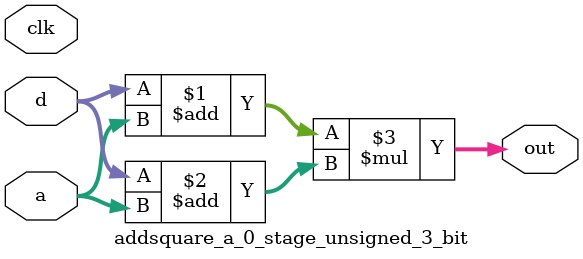
<source format=sv>
(* use_dsp = "yes" *) module addsquare_a_0_stage_unsigned_3_bit(
	input  [2:0] a,
	input  [2:0] d,
	output [2:0] out,
	input clk);

	assign out = (d + a) * (d + a);
endmodule

</source>
